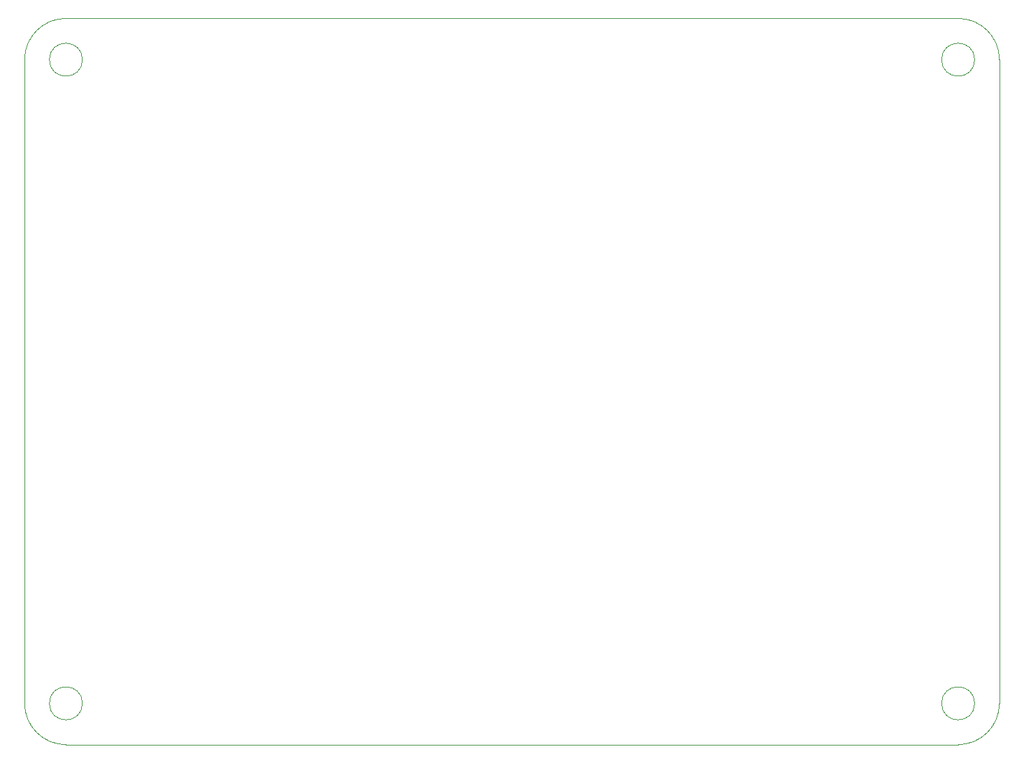
<source format=gbr>
%TF.GenerationSoftware,KiCad,Pcbnew,5.1.6*%
%TF.CreationDate,2020-06-18T23:16:12-07:00*%
%TF.ProjectId,draft,64726166-742e-46b6-9963-61645f706362,rev?*%
%TF.SameCoordinates,Original*%
%TF.FileFunction,Profile,NP*%
%FSLAX46Y46*%
G04 Gerber Fmt 4.6, Leading zero omitted, Abs format (unit mm)*
G04 Created by KiCad (PCBNEW 5.1.6) date 2020-06-18 23:16:12*
%MOMM*%
%LPD*%
G01*
G04 APERTURE LIST*
%TA.AperFunction,Profile*%
%ADD10C,0.050000*%
%TD*%
G04 APERTURE END LIST*
D10*
X138000000Y-33000000D02*
X138000000Y-101000000D01*
X27000000Y-106000000D02*
G75*
G03*
X27000000Y-106000000I-2000000J0D01*
G01*
X25000000Y-111000000D02*
G75*
G02*
X20000000Y-106000000I0J5000000D01*
G01*
X20000000Y-101000000D02*
X20000000Y-106000000D01*
X30000000Y-111000000D02*
X25000000Y-111000000D01*
X27000000Y-28000000D02*
G75*
G03*
X27000000Y-28000000I-2000000J0D01*
G01*
X20000000Y-28000000D02*
G75*
G02*
X25000000Y-23000000I5000000J0D01*
G01*
X20000000Y-33000000D02*
X20000000Y-28000000D01*
X30000000Y-23000000D02*
X25000000Y-23000000D01*
X135000000Y-28000000D02*
G75*
G03*
X135000000Y-28000000I-2000000J0D01*
G01*
X133000000Y-23000000D02*
G75*
G02*
X138000000Y-28000000I0J-5000000D01*
G01*
X138000000Y-33000000D02*
X138000000Y-28000000D01*
X128000000Y-23000000D02*
X133000000Y-23000000D01*
X135000000Y-106000000D02*
G75*
G03*
X135000000Y-106000000I-2000000J0D01*
G01*
X138000000Y-106000000D02*
G75*
G02*
X133000000Y-111000000I-5000000J0D01*
G01*
X128000000Y-111000000D02*
X133000000Y-111000000D01*
X138000000Y-101000000D02*
X138000000Y-106000000D01*
X30000000Y-23000000D02*
X128000000Y-23000000D01*
X20000000Y-101000000D02*
X20000000Y-33000000D01*
X128000000Y-111000000D02*
X30000000Y-111000000D01*
M02*

</source>
